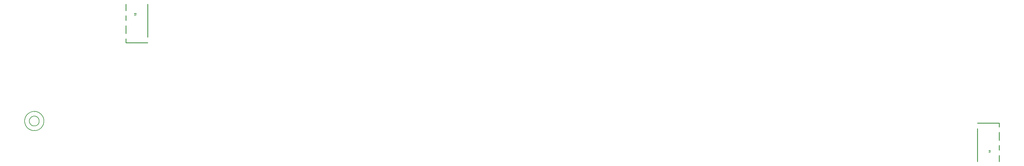
<source format=gbr>
G04 EAGLE Gerber X2 export*
%TF.Part,Single*%
%TF.FileFunction,Legend,Bot,1*%
%TF.FilePolarity,Positive*%
%TF.GenerationSoftware,Autodesk,EAGLE,9.1.2*%
%TF.CreationDate,2018-08-12T18:09:38Z*%
G75*
%MOMM*%
%FSLAX34Y34*%
%LPD*%
%AMOC8*
5,1,8,0,0,1.08239X$1,22.5*%
G01*
%ADD10C,0.254000*%
%ADD11C,0.127000*%
%ADD12C,0.050800*%
%ADD13C,0.152400*%
%ADD14C,0.203200*%


D10*
X2913400Y664130D02*
X2913400Y764130D01*
X2913400Y781130D02*
X2979400Y781130D01*
X2979400Y769130D01*
X2979400Y753130D02*
X2979400Y729130D01*
X2979400Y713130D02*
X2979400Y699130D01*
X2979400Y683130D02*
X2979400Y664130D01*
D11*
X2953131Y693124D02*
X2949377Y693124D01*
X2949377Y693123D02*
X2949312Y693121D01*
X2949248Y693115D01*
X2949184Y693105D01*
X2949120Y693092D01*
X2949058Y693074D01*
X2948997Y693053D01*
X2948937Y693029D01*
X2948879Y693000D01*
X2948822Y692968D01*
X2948768Y692933D01*
X2948716Y692895D01*
X2948666Y692853D01*
X2948619Y692809D01*
X2948575Y692762D01*
X2948533Y692712D01*
X2948495Y692660D01*
X2948460Y692606D01*
X2948428Y692549D01*
X2948399Y692491D01*
X2948375Y692431D01*
X2948354Y692370D01*
X2948336Y692308D01*
X2948323Y692244D01*
X2948313Y692180D01*
X2948307Y692116D01*
X2948305Y692051D01*
X2948305Y691515D01*
X2952059Y696072D02*
X2953131Y697412D01*
X2948305Y697412D01*
X2948305Y696072D02*
X2948305Y698753D01*
D10*
X396220Y1041810D02*
X396220Y1141810D01*
X396220Y1024810D02*
X330220Y1024810D01*
X330220Y1036810D01*
X330220Y1052810D02*
X330220Y1076810D01*
X330220Y1092810D02*
X330220Y1106810D01*
X330220Y1122810D02*
X330220Y1141810D01*
D11*
X357561Y1108796D02*
X361315Y1108796D01*
X357561Y1108796D02*
X357496Y1108794D01*
X357432Y1108788D01*
X357368Y1108778D01*
X357304Y1108765D01*
X357242Y1108747D01*
X357181Y1108726D01*
X357121Y1108702D01*
X357063Y1108673D01*
X357006Y1108641D01*
X356952Y1108606D01*
X356900Y1108568D01*
X356850Y1108526D01*
X356803Y1108482D01*
X356759Y1108435D01*
X356717Y1108385D01*
X356679Y1108333D01*
X356644Y1108279D01*
X356612Y1108222D01*
X356583Y1108164D01*
X356559Y1108104D01*
X356538Y1108043D01*
X356520Y1107981D01*
X356507Y1107917D01*
X356497Y1107853D01*
X356491Y1107789D01*
X356489Y1107724D01*
X356489Y1107187D01*
X361315Y1113218D02*
X361313Y1113286D01*
X361307Y1113353D01*
X361298Y1113420D01*
X361285Y1113487D01*
X361268Y1113552D01*
X361247Y1113617D01*
X361223Y1113680D01*
X361195Y1113742D01*
X361164Y1113802D01*
X361130Y1113860D01*
X361092Y1113916D01*
X361052Y1113971D01*
X361008Y1114022D01*
X360961Y1114071D01*
X360912Y1114118D01*
X360861Y1114162D01*
X360806Y1114202D01*
X360750Y1114240D01*
X360692Y1114274D01*
X360632Y1114305D01*
X360570Y1114333D01*
X360507Y1114357D01*
X360442Y1114378D01*
X360377Y1114395D01*
X360310Y1114408D01*
X360243Y1114417D01*
X360176Y1114423D01*
X360108Y1114425D01*
X361315Y1113218D02*
X361313Y1113140D01*
X361307Y1113062D01*
X361297Y1112985D01*
X361284Y1112908D01*
X361266Y1112832D01*
X361245Y1112757D01*
X361220Y1112683D01*
X361191Y1112611D01*
X361159Y1112540D01*
X361123Y1112471D01*
X361084Y1112403D01*
X361041Y1112338D01*
X360995Y1112275D01*
X360946Y1112214D01*
X360894Y1112156D01*
X360839Y1112101D01*
X360782Y1112048D01*
X360722Y1111999D01*
X360659Y1111952D01*
X360594Y1111909D01*
X360528Y1111869D01*
X360459Y1111832D01*
X360388Y1111799D01*
X360316Y1111769D01*
X360243Y1111743D01*
X359170Y1114023D02*
X359219Y1114072D01*
X359271Y1114119D01*
X359326Y1114162D01*
X359383Y1114203D01*
X359442Y1114241D01*
X359503Y1114275D01*
X359566Y1114306D01*
X359630Y1114334D01*
X359696Y1114358D01*
X359762Y1114378D01*
X359830Y1114395D01*
X359899Y1114408D01*
X359968Y1114417D01*
X360038Y1114423D01*
X360108Y1114425D01*
X359170Y1114023D02*
X356489Y1111744D01*
X356489Y1114425D01*
D12*
X52070Y816610D02*
X52070Y814070D01*
X52070Y760730D02*
X52070Y758190D01*
D13*
X22860Y787400D02*
X22869Y788117D01*
X22895Y788833D01*
X22939Y789549D01*
X23001Y790263D01*
X23080Y790976D01*
X23176Y791686D01*
X23290Y792394D01*
X23421Y793099D01*
X23570Y793800D01*
X23735Y794497D01*
X23918Y795191D01*
X24118Y795879D01*
X24334Y796563D01*
X24567Y797241D01*
X24817Y797913D01*
X25083Y798578D01*
X25366Y799237D01*
X25664Y799889D01*
X25979Y800533D01*
X26309Y801169D01*
X26655Y801798D01*
X27016Y802417D01*
X27392Y803027D01*
X27783Y803628D01*
X28188Y804219D01*
X28608Y804800D01*
X29042Y805371D01*
X29490Y805931D01*
X29952Y806479D01*
X30427Y807016D01*
X30915Y807541D01*
X31415Y808055D01*
X31929Y808555D01*
X32454Y809043D01*
X32991Y809518D01*
X33539Y809980D01*
X34099Y810428D01*
X34670Y810862D01*
X35251Y811282D01*
X35842Y811687D01*
X36443Y812078D01*
X37053Y812454D01*
X37672Y812815D01*
X38301Y813161D01*
X38937Y813491D01*
X39581Y813806D01*
X40233Y814104D01*
X40892Y814387D01*
X41557Y814653D01*
X42229Y814903D01*
X42907Y815136D01*
X43591Y815352D01*
X44279Y815552D01*
X44973Y815735D01*
X45670Y815900D01*
X46371Y816049D01*
X47076Y816180D01*
X47784Y816294D01*
X48494Y816390D01*
X49207Y816469D01*
X49921Y816531D01*
X50637Y816575D01*
X51353Y816601D01*
X52070Y816610D01*
X52787Y816601D01*
X53503Y816575D01*
X54219Y816531D01*
X54933Y816469D01*
X55646Y816390D01*
X56356Y816294D01*
X57064Y816180D01*
X57769Y816049D01*
X58470Y815900D01*
X59167Y815735D01*
X59861Y815552D01*
X60549Y815352D01*
X61233Y815136D01*
X61911Y814903D01*
X62583Y814653D01*
X63248Y814387D01*
X63907Y814104D01*
X64559Y813806D01*
X65203Y813491D01*
X65839Y813161D01*
X66468Y812815D01*
X67087Y812454D01*
X67697Y812078D01*
X68298Y811687D01*
X68889Y811282D01*
X69470Y810862D01*
X70041Y810428D01*
X70601Y809980D01*
X71149Y809518D01*
X71686Y809043D01*
X72211Y808555D01*
X72725Y808055D01*
X73225Y807541D01*
X73713Y807016D01*
X74188Y806479D01*
X74650Y805931D01*
X75098Y805371D01*
X75532Y804800D01*
X75952Y804219D01*
X76357Y803628D01*
X76748Y803027D01*
X77124Y802417D01*
X77485Y801798D01*
X77831Y801169D01*
X78161Y800533D01*
X78476Y799889D01*
X78774Y799237D01*
X79057Y798578D01*
X79323Y797913D01*
X79573Y797241D01*
X79806Y796563D01*
X80022Y795879D01*
X80222Y795191D01*
X80405Y794497D01*
X80570Y793800D01*
X80719Y793099D01*
X80850Y792394D01*
X80964Y791686D01*
X81060Y790976D01*
X81139Y790263D01*
X81201Y789549D01*
X81245Y788833D01*
X81271Y788117D01*
X81280Y787400D01*
X81271Y786683D01*
X81245Y785967D01*
X81201Y785251D01*
X81139Y784537D01*
X81060Y783824D01*
X80964Y783114D01*
X80850Y782406D01*
X80719Y781701D01*
X80570Y781000D01*
X80405Y780303D01*
X80222Y779609D01*
X80022Y778921D01*
X79806Y778237D01*
X79573Y777559D01*
X79323Y776887D01*
X79057Y776222D01*
X78774Y775563D01*
X78476Y774911D01*
X78161Y774267D01*
X77831Y773631D01*
X77485Y773002D01*
X77124Y772383D01*
X76748Y771773D01*
X76357Y771172D01*
X75952Y770581D01*
X75532Y770000D01*
X75098Y769429D01*
X74650Y768869D01*
X74188Y768321D01*
X73713Y767784D01*
X73225Y767259D01*
X72725Y766745D01*
X72211Y766245D01*
X71686Y765757D01*
X71149Y765282D01*
X70601Y764820D01*
X70041Y764372D01*
X69470Y763938D01*
X68889Y763518D01*
X68298Y763113D01*
X67697Y762722D01*
X67087Y762346D01*
X66468Y761985D01*
X65839Y761639D01*
X65203Y761309D01*
X64559Y760994D01*
X63907Y760696D01*
X63248Y760413D01*
X62583Y760147D01*
X61911Y759897D01*
X61233Y759664D01*
X60549Y759448D01*
X59861Y759248D01*
X59167Y759065D01*
X58470Y758900D01*
X57769Y758751D01*
X57064Y758620D01*
X56356Y758506D01*
X55646Y758410D01*
X54933Y758331D01*
X54219Y758269D01*
X53503Y758225D01*
X52787Y758199D01*
X52070Y758190D01*
X51353Y758199D01*
X50637Y758225D01*
X49921Y758269D01*
X49207Y758331D01*
X48494Y758410D01*
X47784Y758506D01*
X47076Y758620D01*
X46371Y758751D01*
X45670Y758900D01*
X44973Y759065D01*
X44279Y759248D01*
X43591Y759448D01*
X42907Y759664D01*
X42229Y759897D01*
X41557Y760147D01*
X40892Y760413D01*
X40233Y760696D01*
X39581Y760994D01*
X38937Y761309D01*
X38301Y761639D01*
X37672Y761985D01*
X37053Y762346D01*
X36443Y762722D01*
X35842Y763113D01*
X35251Y763518D01*
X34670Y763938D01*
X34099Y764372D01*
X33539Y764820D01*
X32991Y765282D01*
X32454Y765757D01*
X31929Y766245D01*
X31415Y766745D01*
X30915Y767259D01*
X30427Y767784D01*
X29952Y768321D01*
X29490Y768869D01*
X29042Y769429D01*
X28608Y770000D01*
X28188Y770581D01*
X27783Y771172D01*
X27392Y771773D01*
X27016Y772383D01*
X26655Y773002D01*
X26309Y773631D01*
X25979Y774267D01*
X25664Y774911D01*
X25366Y775563D01*
X25083Y776222D01*
X24817Y776887D01*
X24567Y777559D01*
X24334Y778237D01*
X24118Y778921D01*
X23918Y779609D01*
X23735Y780303D01*
X23570Y781000D01*
X23421Y781701D01*
X23290Y782406D01*
X23176Y783114D01*
X23080Y783824D01*
X23001Y784537D01*
X22939Y785251D01*
X22895Y785967D01*
X22869Y786683D01*
X22860Y787400D01*
D14*
X37070Y787400D02*
X37075Y787768D01*
X37088Y788136D01*
X37111Y788503D01*
X37142Y788870D01*
X37183Y789236D01*
X37232Y789601D01*
X37291Y789964D01*
X37358Y790326D01*
X37434Y790687D01*
X37520Y791045D01*
X37613Y791401D01*
X37716Y791754D01*
X37827Y792105D01*
X37947Y792453D01*
X38075Y792798D01*
X38212Y793140D01*
X38357Y793479D01*
X38510Y793813D01*
X38672Y794144D01*
X38841Y794471D01*
X39019Y794793D01*
X39204Y795112D01*
X39397Y795425D01*
X39598Y795734D01*
X39806Y796037D01*
X40022Y796335D01*
X40245Y796628D01*
X40475Y796916D01*
X40712Y797198D01*
X40956Y797473D01*
X41206Y797743D01*
X41463Y798007D01*
X41727Y798264D01*
X41997Y798514D01*
X42272Y798758D01*
X42554Y798995D01*
X42842Y799225D01*
X43135Y799448D01*
X43433Y799664D01*
X43736Y799872D01*
X44045Y800073D01*
X44358Y800266D01*
X44677Y800451D01*
X44999Y800629D01*
X45326Y800798D01*
X45657Y800960D01*
X45991Y801113D01*
X46330Y801258D01*
X46672Y801395D01*
X47017Y801523D01*
X47365Y801643D01*
X47716Y801754D01*
X48069Y801857D01*
X48425Y801950D01*
X48783Y802036D01*
X49144Y802112D01*
X49506Y802179D01*
X49869Y802238D01*
X50234Y802287D01*
X50600Y802328D01*
X50967Y802359D01*
X51334Y802382D01*
X51702Y802395D01*
X52070Y802400D01*
X52438Y802395D01*
X52806Y802382D01*
X53173Y802359D01*
X53540Y802328D01*
X53906Y802287D01*
X54271Y802238D01*
X54634Y802179D01*
X54996Y802112D01*
X55357Y802036D01*
X55715Y801950D01*
X56071Y801857D01*
X56424Y801754D01*
X56775Y801643D01*
X57123Y801523D01*
X57468Y801395D01*
X57810Y801258D01*
X58149Y801113D01*
X58483Y800960D01*
X58814Y800798D01*
X59141Y800629D01*
X59463Y800451D01*
X59782Y800266D01*
X60095Y800073D01*
X60404Y799872D01*
X60707Y799664D01*
X61005Y799448D01*
X61298Y799225D01*
X61586Y798995D01*
X61868Y798758D01*
X62143Y798514D01*
X62413Y798264D01*
X62677Y798007D01*
X62934Y797743D01*
X63184Y797473D01*
X63428Y797198D01*
X63665Y796916D01*
X63895Y796628D01*
X64118Y796335D01*
X64334Y796037D01*
X64542Y795734D01*
X64743Y795425D01*
X64936Y795112D01*
X65121Y794793D01*
X65299Y794471D01*
X65468Y794144D01*
X65630Y793813D01*
X65783Y793479D01*
X65928Y793140D01*
X66065Y792798D01*
X66193Y792453D01*
X66313Y792105D01*
X66424Y791754D01*
X66527Y791401D01*
X66620Y791045D01*
X66706Y790687D01*
X66782Y790326D01*
X66849Y789964D01*
X66908Y789601D01*
X66957Y789236D01*
X66998Y788870D01*
X67029Y788503D01*
X67052Y788136D01*
X67065Y787768D01*
X67070Y787400D01*
X67065Y787032D01*
X67052Y786664D01*
X67029Y786297D01*
X66998Y785930D01*
X66957Y785564D01*
X66908Y785199D01*
X66849Y784836D01*
X66782Y784474D01*
X66706Y784113D01*
X66620Y783755D01*
X66527Y783399D01*
X66424Y783046D01*
X66313Y782695D01*
X66193Y782347D01*
X66065Y782002D01*
X65928Y781660D01*
X65783Y781321D01*
X65630Y780987D01*
X65468Y780656D01*
X65299Y780329D01*
X65121Y780007D01*
X64936Y779688D01*
X64743Y779375D01*
X64542Y779066D01*
X64334Y778763D01*
X64118Y778465D01*
X63895Y778172D01*
X63665Y777884D01*
X63428Y777602D01*
X63184Y777327D01*
X62934Y777057D01*
X62677Y776793D01*
X62413Y776536D01*
X62143Y776286D01*
X61868Y776042D01*
X61586Y775805D01*
X61298Y775575D01*
X61005Y775352D01*
X60707Y775136D01*
X60404Y774928D01*
X60095Y774727D01*
X59782Y774534D01*
X59463Y774349D01*
X59141Y774171D01*
X58814Y774002D01*
X58483Y773840D01*
X58149Y773687D01*
X57810Y773542D01*
X57468Y773405D01*
X57123Y773277D01*
X56775Y773157D01*
X56424Y773046D01*
X56071Y772943D01*
X55715Y772850D01*
X55357Y772764D01*
X54996Y772688D01*
X54634Y772621D01*
X54271Y772562D01*
X53906Y772513D01*
X53540Y772472D01*
X53173Y772441D01*
X52806Y772418D01*
X52438Y772405D01*
X52070Y772400D01*
X51702Y772405D01*
X51334Y772418D01*
X50967Y772441D01*
X50600Y772472D01*
X50234Y772513D01*
X49869Y772562D01*
X49506Y772621D01*
X49144Y772688D01*
X48783Y772764D01*
X48425Y772850D01*
X48069Y772943D01*
X47716Y773046D01*
X47365Y773157D01*
X47017Y773277D01*
X46672Y773405D01*
X46330Y773542D01*
X45991Y773687D01*
X45657Y773840D01*
X45326Y774002D01*
X44999Y774171D01*
X44677Y774349D01*
X44358Y774534D01*
X44045Y774727D01*
X43736Y774928D01*
X43433Y775136D01*
X43135Y775352D01*
X42842Y775575D01*
X42554Y775805D01*
X42272Y776042D01*
X41997Y776286D01*
X41727Y776536D01*
X41463Y776793D01*
X41206Y777057D01*
X40956Y777327D01*
X40712Y777602D01*
X40475Y777884D01*
X40245Y778172D01*
X40022Y778465D01*
X39806Y778763D01*
X39598Y779066D01*
X39397Y779375D01*
X39204Y779688D01*
X39019Y780007D01*
X38841Y780329D01*
X38672Y780656D01*
X38510Y780987D01*
X38357Y781321D01*
X38212Y781660D01*
X38075Y782002D01*
X37947Y782347D01*
X37827Y782695D01*
X37716Y783046D01*
X37613Y783399D01*
X37520Y783755D01*
X37434Y784113D01*
X37358Y784474D01*
X37291Y784836D01*
X37232Y785199D01*
X37183Y785564D01*
X37142Y785930D01*
X37111Y786297D01*
X37088Y786664D01*
X37075Y787032D01*
X37070Y787400D01*
M02*

</source>
